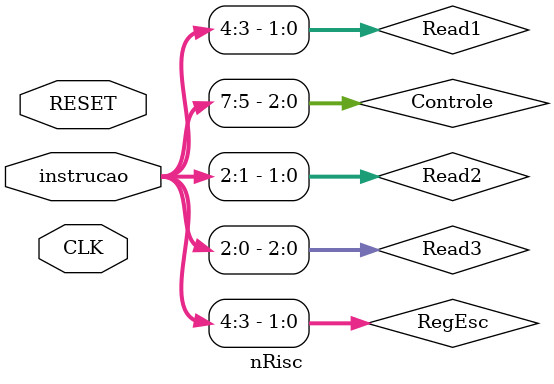
<source format=v>

module nRisc(instrucao,CLK,RESET);


reg [7:0] PC;
 wire [7:0] PCRESULT; 
 
 input [7:0] instrucao; 
 input CLK;
 input RESET;
 
	 reg writeEnable;
    reg [2:0] Controle;
    reg [1:0] Read1;
    reg [1:0] Read2;
	 reg [2:0] Read3;
    reg [1:0] RegEsc;
	 reg [7:0] EntMuxRes1;
	 reg [7:0] EntMuxRes2;
	 
    wire [2:0] EntradaExt;
	 wire [7:0] SaidaExt;
    wire [7:0] muxPCOut;
	 wire [7:0] muxResultOut;
    wire [7:0] ALUOut;
	 wire ZeroWire;
	 wire EscMEM;
	 wire LerMEM;
	 wire RegFonte;
	 wire [7:0] DadoLido;
	 wire gz;
	 wire EscReg;
	 wire EscPC;
	 wire [1:0]ULAOp;
    wire [7:0] Dado1;
    wire [7:0] Dado2;
	 
	 //always@(RESET)
    //reseting the pc if reset is on
    //begin
     //if(RESET ==1)  PC =-4;
	 	
    always@(posedge CLK)
    begin
       #1
       PC = PCRESULT;
    end
	 
soma somador(PC,PCRESULT);
registerfile Reg(Read1,Read2,RegEsc, muxResultOut,EscReg,CLK,Dado1,Dado2);
ControlUnit  UC(Controle,reset,ULAOp,gz,EscPC,EscMEM,RegFonte,LerMEM,EscReg);
extensorSinal ext(EntradaExt, SaidaExt);

 always@(instrucao)
 begin
 
		Controle = instrucao[7:5];
      RegEsc = instrucao[4:3];
      Read1  = instrucao[4:3];
      Read2 = instrucao[2:1];	
		Read3 = instrucao[2:0];
		
 end
 
 deslocaSinal ds(SaidaExt,SaidaExt);
 
 Mux muxPC ((gz & EntMuxRes1),SaidaExt, 8'b00000000 , muxPCOut);
 
 soma2 somadorGZ(PC,muxPCOut,PCRESULT);
 
 Ula ula(ULAOp, Dado1, Dado2, ALUOut,ZeroWire);
 
    always@(ALUOut)
 begin
    EntMuxRes1 = ALUOut;
 end

 
memoriadedados memo(Dado1,Read3,EscMEM,LerMem,DadoLido,CLK); 

 always@(DadoLido)
 begin
    EntMuxRes2 = DadoLido;  
 end
 
 Mux muxResult (RegFonte,EntMuxRes1, EntMuxRes2, muxResultOut);

endmodule
</source>
